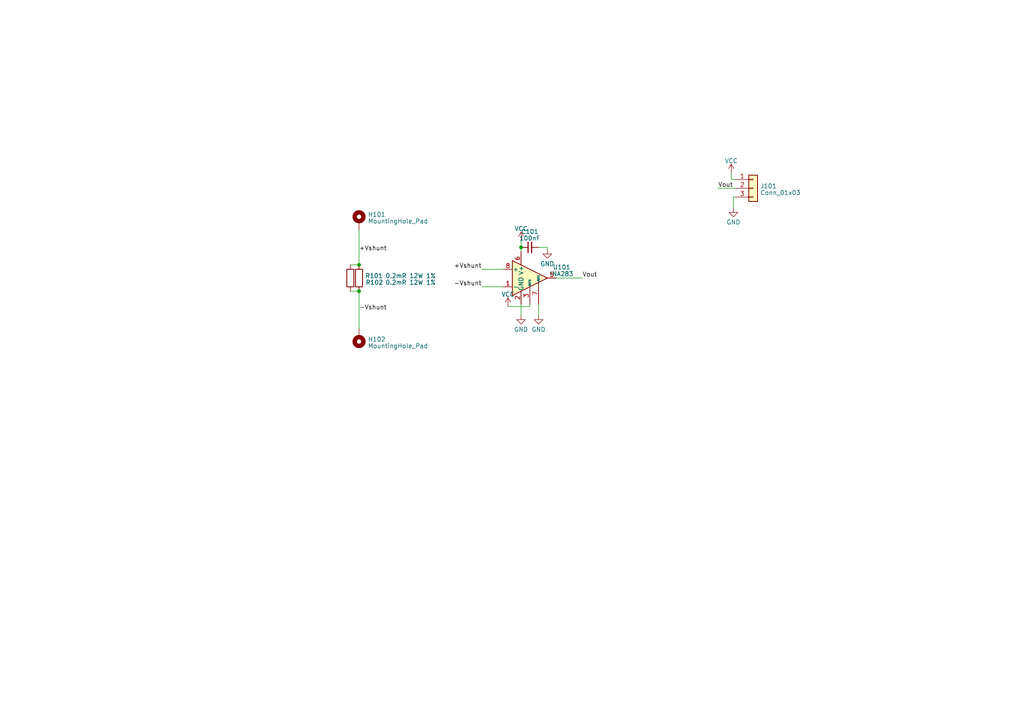
<source format=kicad_sch>
(kicad_sch (version 20230121) (generator eeschema)
  (paper "A4")
  (lib_symbols
    (symbol "Amplifier_Current:INA283" (pin_names (offset 0.127))
      (property "Reference" "U" (at 3.81 3.81 0))
      (property "Value" "INA283" (at 3.81 -2.54 0))
      (symbol "INA283_0_1"
        (polyline (pts (xy 5.08 0) (xy -5.08 5.08) (xy -5.08 -5.08) (xy 5.08 0)) (stroke (width 0.254)) (fill (type background)))
      )
      (symbol "INA283_1_1"
        (pin input line (at -7.62 -2.54 0) (length 2.54) (name "-") (number "1"))
        (pin power_in line (at -2.54 -7.62 90) (length 3.81) (name "GND") (number "2"))
        (pin input line (at 0 -7.62 90) (length 5.08) (name "REF2") (number "3"))
        (pin no_connect line (at -5.08 0 0) (length 2.54) hide (name "NC") (number "4"))
        (pin output line (at 7.62 0 180) (length 2.54) (name "~") (number "5"))
        (pin input line (at -2.54 7.62 270) (length 3.81) (name "V+") (number "6"))
        (pin input line (at 2.54 -7.62 90) (length 6.35) (name "REF1") (number "7"))
        (pin input line (at -7.62 2.54 0) (length 2.54) (name "+") (number "8"))
      )
    )
    (symbol "Connector_Generic:Conn_01x03" (pin_names (offset 1.016) hide)
      (property "Reference" "J" (at 0 5.08 0))
      (property "Value" "Conn_01x03" (at 0 -5.08 0))
      (symbol "Conn_01x03_1_1"
        (rectangle (start -1.27 -2.413) (end 0 -2.667) (stroke (width 0.1524)))
        (rectangle (start -1.27 0.127) (end 0 -0.127) (stroke (width 0.1524)))
        (rectangle (start -1.27 2.667) (end 0 2.413) (stroke (width 0.1524)))
        (rectangle (start -1.27 3.81) (end 1.27 -3.81) (stroke (width 0.254)) (fill (type background)))
        (pin passive line (at -5.08 2.54 0) (length 3.81) (name "Pin_1") (number "1"))
        (pin passive line (at -5.08 0 0) (length 3.81) (name "Pin_2") (number "2"))
        (pin passive line (at -5.08 -2.54 0) (length 3.81) (name "Pin_3") (number "3"))
      )
    )
    (symbol "Device:C_Small" (pin_numbers hide) (pin_names (offset 0.254) hide)
      (property "Reference" "C" (at 0.254 1.778 0))
      (property "Value" "C_Small" (at 0.254 -2.032 0))
      (symbol "C_Small_0_1"
        (polyline (pts (xy -1.524 -0.508) (xy 1.524 -0.508)) (stroke (width 0.3302)))
        (polyline (pts (xy -1.524 0.508) (xy 1.524 0.508)) (stroke (width 0.3048)))
      )
      (symbol "C_Small_1_1"
        (pin passive line (at 0 2.54 270) (length 2.032) (name "~") (number "1"))
        (pin passive line (at 0 -2.54 90) (length 2.032) (name "~") (number "2"))
      )
    )
    (symbol "Device:R" (pin_numbers hide) (pin_names (offset 0))
      (property "Reference" "R" (at 2.032 0 90))
      (property "Value" "R" (at 0 0 90))
      (symbol "R_0_1"
        (rectangle (start -1.016 -2.54) (end 1.016 2.54) (stroke (width 0.254)))
      )
      (symbol "R_1_1"
        (pin passive line (at 0 3.81 270) (length 1.27) (name "~") (number "1"))
        (pin passive line (at 0 -3.81 90) (length 1.27) (name "~") (number "2"))
      )
    )
    (symbol "Mechanical:MountingHole_Pad" (pin_numbers hide) (pin_names (offset 1.016) hide)
      (property "Reference" "H" (at 0 6.35 0))
      (property "Value" "MountingHole_Pad" (at 0 4.445 0))
      (symbol "MountingHole_Pad_0_1"
        (circle (center 0 1.27) (radius 1.27) (stroke (width 1.27)))
      )
      (symbol "MountingHole_Pad_1_1"
        (pin input line (at 0 -2.54 90) (length 2.54) (name "1") (number "1"))
      )
    )
    (symbol "power:GND" (power) (pin_names (offset 0))
      (property "Value" "GND" (at 0 -3.81 0))
      (symbol "GND_0_1"
        (polyline (pts (xy 0 0) (xy 0 -1.27) (xy 1.27 -1.27) (xy 0 -2.54) (xy -1.27 -1.27) (xy 0 -1.27)))
      )
      (symbol "GND_1_1"
        (pin power_in line (at 0 0 270) (length 0) hide (name "GND") (number "1"))
      )
    )
    (symbol "power:VCC" (power) (pin_names (offset 0))
      (property "Value" "VCC" (at 0 3.81 0))
      (symbol "VCC_0_1"
        (polyline (pts (xy -0.762 1.27) (xy 0 2.54)))
        (polyline (pts (xy 0 0) (xy 0 2.54)))
        (polyline (pts (xy 0 2.54) (xy 0.762 1.27)))
      )
      (symbol "VCC_1_1"
        (pin power_in line (at 0 0 90) (length 0) hide (name "VCC") (number "1"))
      )
    )
  )
  (junction (at 151.13 71.755))
  (junction (at 104.14 76.835))
  (junction (at 104.14 84.455))
  (wire (pts (xy 156.21 71.755) (xy 158.75 71.755)))
  (wire (pts (xy 212.09 50.165) (xy 212.09 52.07)))
  (wire (pts (xy 212.725 57.15) (xy 213.36 57.15)))
  (wire (pts (xy 104.14 66.675) (xy 104.14 76.835)))
  (wire (pts (xy 153.67 88.9) (xy 153.67 88.265)))
  (wire (pts (xy 151.13 71.755) (xy 151.13 73.025)))
  (wire (pts (xy 139.7 78.105) (xy 146.05 78.105)))
  (wire (pts (xy 104.14 84.455) (xy 104.14 95.25)))
  (wire (pts (xy 208.28 54.61) (xy 213.36 54.61)))
  (wire (pts (xy 158.75 71.755) (xy 158.75 72.39)))
  (wire (pts (xy 139.7 83.185) (xy 146.05 83.185)))
  (wire (pts (xy 156.21 88.265) (xy 156.21 91.44)))
  (wire (pts (xy 147.32 88.9) (xy 153.67 88.9)))
  (wire (pts (xy 101.6 76.835) (xy 104.14 76.835)))
  (wire (pts (xy 212.09 52.07) (xy 213.36 52.07)))
  (wire (pts (xy 151.13 88.265) (xy 151.13 91.44)))
  (wire (pts (xy 212.725 60.325) (xy 212.725 57.15)))
  (wire (pts (xy 161.29 80.645) (xy 168.91 80.645)))
  (wire (pts (xy 101.6 84.455) (xy 104.14 84.455)))
  (wire (pts (xy 151.13 69.85) (xy 151.13 71.755)))
  (label "+Vshunt" (at 104.14 73.025 0))
  (label "-Vshunt" (at 139.7 83.185 180))
  (label "Vout" (at 168.91 80.645 0))
  (label "+Vshunt" (at 139.7 78.105 180))
  (label "-Vshunt" (at 104.14 90.17 0))
  (label "Vout" (at 208.28 54.61 0))
  (symbol (lib_id "power:GND") (at 156.21 91.44 0) (unit 1)
    (property "Reference" "#PWR0104" (effects hide))
    (property "Value" "GND" (at 156.21 95.5755 0))
  )
  (symbol (lib_id "power:GND") (at 158.75 72.39 0) (unit 1)
    (property "Reference" "#PWR0107" (effects hide))
    (property "Value" "GND" (at 158.75 76.5255 0))
  )
  (symbol (lib_id "power:GND") (at 151.13 91.44 0) (unit 1)
    (property "Reference" "#PWR0102" (effects hide))
    (property "Value" "GND" (at 151.13 95.5755 0))
  )
  (symbol (lib_id "power:VCC") (at 147.32 88.9 0) (unit 1)
    (property "Reference" "#PWR0103" (effects hide))
    (property "Value" "VCC" (at 147.32 85.3981 0))
  )
  (symbol (lib_id "power:VCC") (at 212.09 50.165 0) (unit 1)
    (property "Reference" "#PWR0106" (effects hide))
    (property "Value" "VCC" (at 212.09 46.6631 0))
  )
  (symbol (lib_id "Device:R") (at 101.6 80.645 180) (unit 1)
    (property "Reference" "R102" (at 106.045 81.915 0) (effects (justify right)))
    (property "Value" "0.2mR 12W 1%" (at 111.76 80.01 0) (effects (justify right)))
    (property "Footprint" "Zenite:CSS2H-3920R-L200FE" (effects hide))
  )
  (symbol (lib_id "Mechanical:MountingHole_Pad") (at 104.14 97.79 180) (unit 1)
    (property "Reference" "H102" (at 106.68 98.4163 0) (effects (justify right)))
    (property "Value" "MountingHole_Pad" (at 106.68 100.3373 0) (effects (justify right)))
    (property "Footprint" "Zenite:MountingHole_13mmx13mm_Rectangular" (effects hide))
  )
  (symbol (lib_id "power:GND") (at 212.725 60.325 0) (unit 1)
    (property "Reference" "#PWR0105" (effects hide))
    (property "Value" "GND" (at 212.725 64.4605 0))
  )
  (symbol (lib_id "Connector_Generic:Conn_01x03") (at 218.44 54.61 0) (unit 1)
    (property "Reference" "J101" (at 220.472 53.9663 0) (effects (justify left)))
    (property "Value" "Conn_01x03" (at 220.472 55.8873 0) (effects (justify left)))
    (property "Footprint" "TerminalBlock:TerminalBlock_bornier-3_P5.08mm" (effects hide))
  )
  (symbol (lib_id "power:VCC") (at 151.13 69.85 0) (unit 1)
    (property "Reference" "#PWR0101" (effects hide))
    (property "Value" "VCC" (at 151.13 66.3481 0))
  )
  (symbol (lib_id "Mechanical:MountingHole_Pad") (at 104.14 64.135 0) (unit 1)
    (property "Reference" "H101" (at 106.68 62.2213 0) (effects (justify left)))
    (property "Value" "MountingHole_Pad" (at 106.68 64.1423 0) (effects (justify left)))
    (property "Footprint" "Zenite:MountingHole_13mmx13mm_Rectangular" (effects hide))
  )
  (symbol (lib_id "Device:C_Small") (at 153.67 71.755 90) (unit 1)
    (property "Reference" "C101" (at 153.6763 67.183 90))
    (property "Value" "100nF" (at 153.6763 69.104 90))
    (property "Footprint" "Capacitor_SMD:C_0805_2012Metric_Pad1.18x1.45mm_HandSolder" (effects hide))
  )
  (symbol (lib_id "Amplifier_Current:INA283") (at 153.67 80.645 0) (unit 1)
    (property "Reference" "U101" (at 162.9097 77.5081 0))
    (property "Value" "INA283" (at 162.9097 79.4291 0))
    (property "Footprint" "Package_SO:SOIC-8_3.9x4.9mm_P1.27mm" (effects hide))
    (property "Datasheet" "http://www.ti.com/lit/ds/symlink/ina282.pdf" (effects hide))
  )
  (symbol (lib_id "Device:R") (at 104.14 80.645 0) (unit 1)
    (property "Reference" "R101" (at 105.918 80.0013 0) (effects (justify left)))
    (property "Value" "0.2mR 12W 1%" (at 111.76 81.915 0) (effects (justify left)))
    (property "Footprint" "Zenite:CSS2H-3920R-L200FE" (effects hide))
  )
)
</source>
